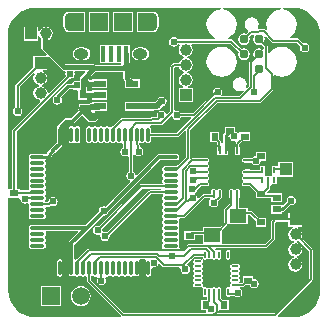
<source format=gtl>
%FSTAX23Y23*%
%MOIN*%
%SFA1B1*%

%IPPOS*%
%ADD13C,0.005000*%
%ADD15R,0.027559X0.023622*%
%ADD16R,0.041339X0.023622*%
%ADD17O,0.027559X0.009843*%
%ADD18O,0.009843X0.027559*%
%ADD19R,0.102362X0.102362*%
%ADD20R,0.023622X0.027559*%
%ADD21O,0.011811X0.051181*%
%ADD22O,0.051181X0.011811*%
%ADD23R,0.015748X0.053150*%
%ADD24R,0.059055X0.061024*%
%ADD25R,0.055118X0.047244*%
%ADD26R,0.009843X0.021654*%
%ADD27R,0.066929X0.060630*%
%ADD28O,0.007874X0.025591*%
%ADD29O,0.025591X0.007874*%
%ADD30R,0.041339X0.039370*%
%ADD31R,0.086614X0.041339*%
%ADD32R,0.047244X0.061024*%
%ADD33R,0.047244X0.061024*%
%ADD34C,0.031000*%
%ADD35R,0.039370X0.039370*%
%ADD36C,0.039370*%
%ADD37R,0.039370X0.039370*%
%ADD38O,0.049212X0.037401*%
%ADD39O,0.035433X0.061024*%
%ADD40C,0.059055*%
%ADD41R,0.059055X0.059055*%
%ADD42C,0.019685*%
%ADD43C,0.010000*%
%ADD44C,0.008000*%
%ADD45C,0.015000*%
%ADD46C,0.020000*%
%ADD47C,0.012000*%
%ADD48C,0.006000*%
%ADD49C,0.025000*%
%ADD50C,0.024000*%
%LNcore_prototype_1-1*%
%LPD*%
G36*
X04659Y03585D02*
X04648Y03583D01*
X04636Y03578*
X04626Y0357*
X04618Y0356*
X04613Y03548*
X04611Y03535*
X04613Y03521*
X04614Y03518*
X0461Y03515*
X04608Y03517*
X04605Y03519*
X04603Y03519*
X04586*
X04586*
X04585Y03519*
X04581Y03523*
X04583Y03526*
X04585Y03535*
X04583Y03543*
X04578Y03551*
X0457Y03556*
X04562Y03558*
X04553Y03556*
X04545Y03551*
X0454Y03543*
X04538Y03535*
X0454Y03526*
X04545Y03518*
X04549Y03515*
X0455Y03509*
X04544Y03502*
X04537Y03504*
X04529Y03502*
X04523Y03498*
X04519Y03492*
X04517Y03485*
X04519Y03477*
X04523Y03471*
X04529Y03467*
X04537Y03465*
X04544Y03467*
X0455Y03471*
X04554Y03477*
X04556Y03485*
X04554Y03492*
X04563Y035*
X04568*
X04571Y03495*
X04569Y03492*
X04567Y03485*
X04569Y03477*
X04573Y03471*
X04579Y03467*
X04587Y03465*
X04594Y03467*
X04595Y03467*
X04602Y0346*
Y03453*
X04597Y0345*
X04594Y03452*
X04587Y03454*
X04579Y03452*
X04573Y03448*
X04569Y03442*
X04567Y03435*
X04569Y03427*
X04569Y03426*
X04556Y03413*
X04554Y03409*
Y03329*
X04546Y0332*
X04542Y03324*
X04543Y03326*
X04545Y03335*
X04543Y03343*
X04538Y03351*
X0453Y03356*
X04522Y03358*
X04513Y03356*
X04505Y03351*
X045Y03343*
X04498Y03335*
X045Y03326*
X04505Y03318*
X04513Y03313*
X04522Y03311*
X0453Y03313*
X04532Y03314*
X04536Y0331*
X0452Y03295*
X04464*
X04461Y033*
X04462Y03301*
X04463Y03308*
X04462Y03314*
X04459Y03319*
X04454Y03322*
X04448Y03323*
X04441Y03322*
X04436Y03319*
X04433Y03314*
X04432Y03308*
X04432Y03305*
X04367Y03239*
X04326*
X04324Y03243*
X04319Y03246*
X04313Y03247*
X04308Y03246*
X04303Y03249*
Y0339*
X04306Y03393*
X04319*
X0432Y0339*
X04325Y03383*
X04332Y03378*
X04336Y03377*
Y03372*
X04332Y03371*
X04325Y03366*
X0432Y03359*
X04318Y0335*
X0432Y0334*
X04325Y03333*
X04332Y03328*
X04332Y03323*
X04318*
Y03276*
X04365*
Y03323*
X04351*
X04351Y03328*
X04358Y03333*
X04363Y0334*
X04365Y0335*
X04363Y03359*
X04358Y03366*
X04351Y03371*
X04347Y03372*
Y03377*
X04351Y03378*
X04358Y03383*
X04363Y0339*
X04365Y034*
X04363Y03409*
X04358Y03416*
X04351Y03421*
X04347Y03422*
Y03427*
X04351Y03428*
X04358Y03433*
X04363Y0344*
X04365Y0345*
X04363Y03459*
X0436Y03464*
X04362Y03469*
X04491*
X04519Y03442*
X04517Y03435*
X04519Y03427*
X04523Y03421*
X04529Y03417*
X04537Y03415*
X04544Y03417*
X0455Y03421*
X04554Y03427*
X04556Y03435*
X04554Y03442*
X0455Y03448*
X04544Y03452*
X04537Y03454*
X04529Y03452*
X045Y03482*
X04497Y03484*
X04494Y03484*
X04485*
X04484Y03489*
X04487Y03491*
X04497Y03499*
X04505Y03509*
X0451Y03521*
X04512Y03535*
X0451Y03548*
X04505Y0356*
X04497Y0357*
X04487Y03578*
X04475Y03583*
X04464Y03585*
X04465Y0359*
X04658*
X04659Y03585*
G37*
G36*
X0384Y0359D02*
X04458D01*
X04459Y03585*
X04448Y03583*
X04436Y03578*
X04426Y0357*
X04418Y0356*
X04413Y03548*
X04411Y03535*
X04413Y03521*
X04418Y03509*
X04426Y03499*
X04436Y03491*
X04439Y03489*
X04438Y03484*
X04315*
X04313Y03487*
X04308Y03491*
X04302Y03492*
X04296Y03491*
X04291Y03487*
X04287Y03482*
X04286Y03476*
X04287Y0347*
X04291Y03465*
X04296Y03461*
X04302Y0346*
X04308Y03461*
X04313Y03465*
X04316Y03469*
X04321*
X04323Y03464*
X0432Y03459*
X04318Y0345*
X0432Y0344*
X04325Y03433*
X04332Y03428*
X04336Y03427*
Y03422*
X04332Y03421*
X04325Y03416*
X0432Y03409*
X04319Y03406*
X04303*
X04299Y03404*
X04292Y03397*
X0429Y03393*
Y03244*
X04281Y03234*
X04275Y03236*
X04275Y03237*
X04272Y03242*
X04267Y03245*
X04261Y03246*
X04254Y03245*
X04249Y03242*
X04246Y03237*
X04245Y03231*
X04245Y0323*
X04242Y03226*
X0423*
X04225Y03224*
X04223Y03222*
X04128*
X04123Y0322*
X04099Y03196*
X04099Y03196*
X04095Y03195*
X04092Y03193*
X04092Y03193*
X04086*
X04086Y03193*
X04083Y03195*
X04079Y03196*
X04076Y03195*
X04073Y03193*
X04073Y03193*
X04066*
X04066Y03193*
X04063Y03195*
X0406Y03196*
X04056Y03195*
X04053Y03193*
X04053Y03193*
X04047*
X04047Y03193*
X04044Y03195*
X0404Y03196*
X04036Y03195*
X04033Y03193*
X04033Y03193*
X04027*
X04027Y03193*
X04024Y03195*
X0402Y03196*
X04017Y03195*
X04014Y03193*
X04011Y0319*
X04011Y03187*
Y03147*
X04011Y03144*
X04014Y0314*
X04017Y03138*
X0402Y03138*
X04024Y03138*
X04027Y0314*
X04027Y03141*
X04033*
X04033Y0314*
X04036Y03138*
X0404Y03138*
X04044Y03138*
X04047Y0314*
X04047Y03141*
X04053*
X04053Y0314*
X04056Y03138*
X0406Y03138*
X04063Y03138*
X04066Y0314*
X04066Y03141*
X04073*
X04073Y0314*
X04076Y03138*
X04079Y03138*
X04083Y03138*
X04086Y0314*
X04086Y03141*
X04092*
X04092Y0314*
X04095Y03138*
X04099Y03138*
X04103Y03138*
X04106Y0314*
X04106Y03141*
X04112*
X04112Y0314*
X04115Y03138*
X04119Y03138*
X04122Y03138*
X04125Y0314*
X0413Y03138*
X04132Y03136*
Y03123*
X04128Y03121*
X04125Y03116*
X04124Y0311*
X04125Y03103*
X04128Y03098*
X04133Y03095*
X0414Y03094*
X04146Y03095*
X04147Y03096*
X04152Y03093*
Y03043*
X04148Y03041*
X04145Y03036*
X04144Y0303*
X04145Y03023*
X04148Y03018*
X04153Y03015*
X04156Y03014*
X04157Y03009*
X04075Y02927*
X04075Y02927*
X04069Y02928*
X04062Y02927*
X04057Y02924*
X04054Y02919*
X04053Y02913*
X04053Y02911*
X04008Y02866*
X03847*
X03847Y02866*
X03827*
X03824Y02865*
X03821Y02863*
X03819Y0286*
X03818Y02856*
X03819Y02852*
X03821Y02849*
X03821Y02849*
Y02843*
X03821Y02843*
X03819Y0284*
X03818Y02836*
X03819Y02833*
X03821Y02829*
X03821Y02829*
Y02823*
X03821Y02823*
X03819Y0282*
X03818Y02817*
X03819Y02813*
X03821Y0281*
X03821Y0281*
Y02804*
X03821Y02804*
X03819Y02801*
X03818Y02797*
X03819Y02793*
X03821Y0279*
X03824Y02788*
X03827Y02787*
X03867*
X0387Y02788*
X03874Y0279*
X03876Y02793*
X03876Y02797*
X03876Y02801*
X03874Y02804*
X03873Y02804*
Y0281*
X03874Y0281*
X03876Y02813*
X03876Y02817*
X03876Y0282*
X03874Y02823*
X03873Y02823*
Y02829*
X03874Y02829*
X03876Y02833*
X03876Y02836*
X03876Y0284*
X03875Y02841*
X03877Y02846*
X03983*
X03985Y02842*
X03954Y02811*
X03952Y02808*
X03952Y02804*
Y02722*
X03952Y02722*
Y02702*
X03952Y02699*
X03954Y02696*
X03958Y02694*
X03961Y02693*
X03965Y02694*
X03968Y02696*
X03968Y02696*
X03974*
X03974Y02696*
X03977Y02694*
X03981Y02693*
X03985Y02694*
X03988Y02696*
X03988Y02696*
X03994*
X03994Y02696*
X03997Y02694*
X04001Y02693*
X04004Y02694*
X04007Y02696*
X04012Y02693*
X04013Y02692*
Y0268*
X04015Y02675*
X04127Y02563*
X04125Y02558*
X0384*
X0384Y02558*
X03823Y0256*
X03806Y02565*
X0379Y02573*
X03777Y02585*
X03765Y02598*
X03757Y02614*
X03752Y02631*
X03751Y02644*
X0375Y02649*
X0375Y02652*
X03749Y02652*
Y02954*
X03753Y02956*
X03754*
X03786*
X0379Y02953*
X03791Y02952*
X03792Y02946*
X03795Y02941*
X038Y02938*
X03807Y02937*
X03813Y02938*
X03813Y02939*
X03818Y02935*
X03818Y02935*
X03819Y02931*
X03821Y02928*
X03821Y02928*
Y02922*
X03821Y02922*
X03819Y02919*
X03818Y02915*
X03819Y02911*
X03821Y02908*
X03821Y02908*
Y02902*
X03821Y02902*
X03819Y02899*
X03818Y02895*
X03819Y02892*
X03821Y02889*
X03824Y02886*
X03827Y02886*
X03867*
X0387Y02886*
X03874Y02889*
X03876Y02892*
X03876Y02895*
X03876Y02899*
X03874Y02902*
X03873Y02902*
Y02908*
X03874Y02908*
X03876Y02911*
X03876Y02915*
X03876Y02919*
X03874Y02922*
X03873Y02922*
X03873Y02922*
X03875Y02927*
X03886*
X03889Y02928*
X03892Y02929*
X03892Y0293*
X03893Y02929*
X039Y02928*
X03906Y02929*
X03911Y02932*
X03914Y02937*
X03915Y02944*
X03914Y0295*
X03911Y02955*
X03906Y02958*
X039Y02959*
X03893Y02958*
X03888Y02955*
X03885Y0295*
X03884Y02944*
X03879Y02942*
X03875*
X03873Y02947*
X03873Y02948*
X03874Y02948*
X03876Y02951*
X03876Y02954*
X03876Y02958*
X03874Y02961*
X03873Y02961*
Y02967*
X03874Y02967*
X03876Y0297*
X03876Y02974*
X03876Y02978*
X03874Y02981*
X03873Y02981*
Y02987*
X03874Y02987*
X03876Y0299*
X03876Y02994*
X03876Y02997*
X03874Y03*
X03873Y03001*
Y03007*
X03874Y03007*
X03876Y0301*
X03876Y03013*
X03876Y03017*
X03874Y0302*
X03873Y0302*
Y03026*
X03874Y03026*
X03876Y03029*
X03876Y03033*
X03876Y03037*
X03874Y0304*
X03873Y0304*
Y03046*
X03874Y03046*
X03876Y03049*
X03876Y03053*
X03876Y03056*
X03874Y0306*
X03873Y0306*
Y03066*
X03874Y03066*
X03876Y03069*
X03876Y03072*
X03876Y03076*
X03874Y03079*
X03874Y03081*
X03876Y03084*
X03882*
X03885Y03084*
X03888Y03086*
X03894Y03092*
X03896Y03095*
X03896Y03098*
Y03099*
X03902Y03105*
X03903Y03105*
X03906Y03107*
X03929Y0313*
X03931Y03133*
X03931Y03137*
Y03166*
X03932Y03167*
X03931Y03167*
Y03187*
X03931Y0319*
Y0319*
X03945Y03204*
X03963*
X03966Y03204*
X03969Y03206*
X03995Y03233*
X04014Y03214*
X04019Y0321*
X04026Y03209*
X04035*
X04041Y0321*
X04046Y03214*
X0405Y03219*
X04051Y03226*
X0405Y03232*
X04046Y03237*
X04041Y03241*
X04041Y03246*
X04054*
X04055Y03246*
X0408*
Y03276*
X04031*
Y03276*
X04027Y03273*
X04022Y03272*
X04018Y03269*
X04002*
X04001Y03269*
X03985*
Y03257*
X03984Y03252*
Y03251*
X03985Y03246*
X0396Y03221*
X03942*
X03938Y03221*
X03935Y03219*
X03916Y03199*
X03914Y03197*
X03914Y03193*
Y03191*
X03913Y0319*
X03912Y03187*
Y03168*
X03912Y03167*
Y03141*
X03892Y03121*
X0389Y03118*
X0389Y03117*
X03881Y03109*
X03879Y03106*
X03879Y03103*
Y03102*
X03878Y03101*
X0387*
X03867Y03102*
X03827*
X03824Y03101*
X03821Y03099*
X03819Y03096*
X03818Y03092*
X03819Y03088*
X03821Y03085*
X03821Y03085*
Y03079*
X03821Y03079*
X03819Y03076*
X03818Y03072*
X03819Y03069*
X03821Y03066*
X03821Y03066*
Y0306*
X03821Y0306*
X03819Y03056*
X03818Y03053*
X03819Y03049*
X03821Y03046*
X03821Y03046*
Y0304*
X03821Y0304*
X03819Y03037*
X03818Y03033*
X03819Y03029*
X03821Y03026*
X03821Y03026*
Y0302*
X03821Y0302*
X03819Y03017*
X03818Y03013*
X03819Y0301*
X03821Y03007*
X03821Y03007*
Y03001*
X03821Y03*
X03819Y02997*
X03818Y02994*
X03819Y0299*
X03821Y02987*
X03819Y02983*
X03817Y02981*
X03788*
Y02986*
X03778*
Y03177*
X03954Y03353*
X03957Y03353*
X03963Y03354*
X03968Y03357*
X03971Y03362*
X03972Y03369*
X03971Y03375*
X03971Y03375*
X03973Y0338*
X04007*
X04009Y03376*
X03991Y03358*
X03989Y03354*
X03988Y0335*
Y03347*
X03985Y03346*
X03983Y03345*
X03978Y03346*
X03971Y03345*
X03966Y03342*
X03964Y03337*
X03951*
X03947Y03337*
X03944Y03335*
X03907Y03297*
X03906Y03296*
X03902Y03294*
X03899Y03289*
X03898Y03283*
X03899Y03276*
X03902Y03271*
X03907Y03268*
X03914Y03267*
X0392Y03268*
X03925Y03271*
X03928Y03276*
X03929Y03283*
X03928Y03289*
X03926Y03292*
X03954Y0332*
X03966*
X03966Y03319*
X03971Y03316*
X03978Y03315*
X03979Y03315*
X03984Y03311*
Y03283*
X04014*
Y03288*
X04031*
Y03283*
X0408*
Y03314*
X04031*
Y03311*
X04014*
Y03318*
X04012*
Y03326*
X04012Y03326*
X04031*
Y03321*
X0408*
Y03351*
X04031*
Y03348*
X0402*
X04018Y03353*
X04041Y03376*
X04132*
X04134Y03374*
Y03354*
X04135Y0335*
X04138Y03346*
X04139Y03344*
Y0334*
X04139Y03339*
Y03321*
X04188*
Y03351*
X04164*
X04163Y03353*
X04157Y03359*
Y03402*
X04156Y03406*
X04155Y03407*
Y03466*
X04131*
X04128*
X04106*
X04102*
X0408*
X04076*
X04056*
Y03406*
X0408*
X04083*
X04106*
X04109*
X04125*
X04127Y03401*
X04125Y03399*
X04041*
X0404Y03399*
X04037Y03402*
X04033Y03403*
X03941*
X03884Y0346*
Y03481*
X03885Y03482*
X03892Y03487*
X03897Y03494*
X03899Y03504*
X03897Y03513*
X03892Y0352*
X03885Y03525*
X03876Y03527*
X03866Y03525*
X03859Y0352*
X03854Y03513*
X03849Y03513*
Y03527*
X03802*
Y0348*
X03849*
Y03494*
X03854Y03494*
X03859Y03487*
X03861Y03485*
Y03456*
X03862Y03451*
X03865Y03448*
X03878Y03434*
X03876Y03429*
X03834*
Y03393*
X03776Y03335*
X03774Y03332*
X03774Y0333*
Y03258*
X0377Y03256*
X03767Y03251*
X03766Y03245*
X03767Y03238*
X0377Y03233*
X03775Y0323*
X03782Y03229*
X03788Y0323*
X03793Y03233*
X03796Y03238*
X03797Y03245*
X03796Y03251*
X03793Y03256*
X03789Y03258*
Y03326*
X03834Y03371*
X03838Y03368*
X03836Y03365*
X03834Y03356*
X03836Y03346*
X03841Y03339*
X03848Y03334*
X03852Y03333*
Y03328*
X03848Y03327*
X03841Y03322*
X03836Y03315*
X03834Y03306*
X03836Y03296*
X03841Y03289*
X03848Y03284*
X03855Y03282*
X03857Y03277*
X03765Y03185*
X03763Y03183*
X03763Y0318*
Y02986*
X03754*
X03753*
X03749Y02989*
Y035*
X03749Y035*
X03751Y03517*
X03756Y03534*
X03764Y0355*
X03776Y03563*
X03789Y03575*
X03805Y03583*
X03822Y03588*
X03839Y0359*
X0384Y0359*
G37*
G36*
X04718Y03588D02*
X04735Y03583D01*
X04751Y03575*
X04764Y03563*
X04776Y0355*
X04784Y03534*
X04789Y03517*
X04791Y035*
X04791Y03499*
Y02648*
X04791Y02648*
X04789Y02631*
X04784Y02614*
X04776Y02598*
X04764Y02585*
X04751Y02573*
X04735Y02565*
X04718Y0256*
X04701Y02558*
X047Y02558*
X0465*
X04648Y02563*
X04764Y02679*
X04766Y02684*
Y02782*
X04764Y02786*
X04728Y02822*
X04729Y02824*
X04731Y02834*
X04729Y02843*
X04724Y0285*
X04717Y02855*
X04717Y0286*
X04731*
Y02907*
X04684*
Y0289*
X04641*
X04636Y02888*
X04627Y02879*
X04625Y02875*
Y02821*
X04605Y02801*
X04462*
X04462Y02806*
Y02806*
Y02847*
X0448Y02866*
X04481Y02869*
X04486Y02869*
X04548*
Y029*
X04557*
X04577Y0288*
Y02859*
X04611*
Y02889*
X04586*
X04564Y02911*
X04559Y02913*
X04548*
Y02923*
X0452*
Y02955*
X04522Y02957*
X04522Y02961*
Y02978*
X04522Y02982*
X0452Y02984*
X04517Y02986*
X04514Y02987*
X04511Y02986*
X04508Y02984*
X04507Y02983*
X04506Y02983*
X04502*
X04501Y02983*
X045Y02984*
X04497Y02986*
X04494Y02987*
X04491Y02986*
X04488Y02984*
X04486Y02982*
X04486Y02978*
Y02961*
X04486Y02957*
X04488Y02955*
Y02936*
X04471Y02919*
X04469Y02914*
Y02873*
X04456Y0286*
X04399*
Y02846*
X04364*
X04363Y02845*
X04337*
Y02815*
X04372*
Y02833*
X04399*
Y02806*
Y02806*
X04399Y02801*
X0435*
X04345Y02799*
X04333Y02787*
X04322*
X0432Y02792*
X0432Y02793*
X04321Y02797*
X0432Y02801*
X04318Y02804*
X04318Y02804*
Y0281*
X04318Y0281*
X0432Y02813*
X04321Y02817*
X0432Y0282*
X04318Y02823*
X04318Y02823*
Y02829*
X04318Y02829*
X0432Y02833*
X04321Y02836*
X0432Y0284*
X04318Y02843*
X04318Y02843*
Y02849*
X04318Y02849*
X0432Y02852*
X04321Y02856*
X0432Y0286*
X04318Y02863*
X04318Y02863*
Y02869*
X04318Y02869*
X0432Y02872*
X04321Y02876*
X0432Y02879*
X04318Y02882*
X04321Y02887*
X04323Y02889*
X04335*
X0434Y02891*
X04406Y02957*
X04424*
X04426Y02952*
X04426Y02951*
X04424Y02951*
X04421Y02946*
X0442Y0294*
X04421Y02933*
X04424Y02928*
X04429Y02925*
X04436Y02924*
X04442Y02925*
X04447Y02928*
X0445Y02933*
X04451Y0294*
X0445Y02945*
X04458Y02953*
X04461Y02955*
X04463Y02957*
X04463Y02961*
Y02978*
X04463Y02982*
X04461Y02984*
X04458Y02986*
X04455Y02987*
X04452Y02986*
X04449Y02984*
X04448Y02983*
X04447Y02983*
X04443*
X04442Y02983*
X04441Y02984*
X04438Y02986*
X04435Y02987*
X04432Y02986*
X04429Y02984*
X04427Y02982*
X04427Y02978*
Y0297*
X04403*
X04399Y02968*
X04385Y02954*
X04385Y02954*
X0438Y02956*
X04379Y02961*
X04376Y02966*
X04373Y02967*
X04373Y02973*
X04375Y02974*
X04378Y02979*
X04378Y02981*
X04379Y02981*
X04392Y02994*
X04393Y02994*
X04411*
X04414Y02995*
X04417Y02997*
X04418Y03*
X04419Y03003*
X04418Y03006*
X04417Y03009*
X04415Y0301*
X04415Y03011*
Y03015*
X04415Y03016*
X04417Y03017*
X04418Y03019*
X04419Y03023*
X04418Y03026*
X04417Y03029*
X04415Y0303*
X04415Y03031*
Y03034*
X04415Y03035*
X04417Y03036*
X04418Y03039*
X04419Y03042*
X04418Y03046*
X04417Y03048*
X04415Y03049*
X04415Y0305*
Y03054*
X04415Y03055*
X04417Y03056*
X04418Y03059*
X04419Y03062*
X04418Y03065*
X04417Y03068*
X04415Y03069*
X04415Y0307*
Y03074*
X04415Y03075*
X04417Y03076*
X04418Y03078*
X04419Y03082*
X04418Y03085*
X04417Y03088*
X04414Y0309*
X04411Y0309*
X04393*
X0439Y0309*
X04387Y03088*
X04364*
X04362Y03087*
X04361Y03087*
X04357Y0309*
X04357Y0309*
Y03182*
X04447Y03272*
X04589*
X04593Y03274*
X04632Y03313*
X04634Y03318*
Y03361*
X04639Y03364*
X04648Y03361*
X04662Y03359*
X04675Y03361*
X04687Y03366*
X04697Y03374*
X04705Y03384*
X0471Y03396*
X04712Y0341*
X0471Y03423*
X04705Y03435*
X04697Y03445*
X04687Y03453*
X04675Y03458*
X04662Y0346*
X04648Y03458*
X04636Y03453*
X04626Y03445*
X0462Y03438*
X04615Y0344*
Y03462*
X04613Y03467*
X04604Y03476*
X04604Y03477*
X04606Y03485*
X04604Y03492*
X04605Y03492*
X04609Y03494*
X04628Y03475*
X04631Y03473*
X04634Y03473*
X04712*
X04724Y03461*
X04723Y03457*
X04724Y0345*
X04727Y03445*
X04732Y03442*
X04739Y03441*
X04745Y03442*
X0475Y03445*
X04753Y0345*
X04754Y03457*
X04753Y03463*
X0475Y03468*
X04745Y03471*
X04739Y03472*
X04734Y03471*
X0472Y03486*
X04718Y03487*
X04715Y03488*
X04692*
X0469Y03493*
X04697Y03499*
X04705Y03509*
X0471Y03521*
X04712Y03535*
X0471Y03548*
X04705Y0356*
X04697Y0357*
X04687Y03578*
X04675Y03583*
X04664Y03585*
X04665Y0359*
X04701*
X04701Y0359*
X04718Y03588*
G37*
G36*
X03929Y03384D02*
D01*
X03932Y03381*
X03937Y0338*
X0394*
X03942Y03375*
X03942Y03375*
X03941Y03369*
X03942Y03362*
X03942Y03362*
X03886Y03306*
X03881Y03308*
X03879Y03315*
X03874Y03322*
X03867Y03327*
X03863Y03328*
Y03333*
X03867Y03334*
X03874Y03339*
X03879Y03346*
X03881Y03356*
X03879Y03365*
X03874Y03372*
X03867Y03377*
X03867Y03382*
X03881*
Y03424*
X03886Y03426*
X03929Y03384*
G37*
G36*
X04298Y03226D02*
X04298Y03225D01*
X04301Y0322*
X04306Y03217*
X04313Y03216*
X04319Y03217*
X04324Y0322*
X04327Y03225*
X04327Y03226*
X04359*
X04361Y03221*
X04313Y03173*
X04227*
Y03187*
X04226Y0319*
X04224Y03193*
X04224Y03194*
X04226Y03198*
X0426*
X04265Y032*
X04292Y03228*
X04298Y03226*
G37*
G36*
X04344Y03179D02*
Y03091D01*
X04318Y03065*
X04314Y03064*
X04313Y03062*
X04312Y03062*
X04272*
X04269Y03062*
X04265Y0306*
X04263Y03056*
X04263Y03053*
X04263Y03049*
X04265Y03046*
X04266Y03046*
Y0304*
X04265Y0304*
X04263Y03037*
X04263Y03033*
X04263Y03029*
X04265Y03026*
X04266Y03026*
Y0302*
X04265Y0302*
X04263Y03017*
X04263Y03013*
X04263Y0301*
X04265Y03007*
X04266Y03007*
X04266Y03006*
X04264Y03001*
X04194*
X04191Y03001*
X04188Y02999*
X04052Y02863*
X04048Y02864*
X04041Y02863*
X04036Y0286*
X04033Y02855*
X04032Y02849*
X04033Y02842*
X04036Y02837*
X04041Y02834*
X04048Y02833*
X04053Y02834*
X04055Y02832*
X04057Y0283*
X04057Y02828*
X04058Y02821*
X04061Y02816*
X04066Y02813*
X04073Y02812*
X04079Y02813*
X04084Y02816*
X04087Y02821*
X04088Y02828*
X04088Y02831*
X04225Y02968*
X04265*
X04265Y02967*
X04266Y02967*
Y02961*
X04265Y02961*
X04263Y02958*
X04263Y02954*
X04263Y02951*
X04265Y02948*
X04266Y02948*
Y02941*
X04265Y02941*
X04263Y02938*
X04263Y02935*
X04263Y02931*
X04265Y02928*
X04266Y02928*
Y02922*
X04265Y02922*
X04263Y02919*
X04263Y02915*
X04263Y02911*
X04265Y02908*
X04266Y02908*
Y02902*
X04265Y02902*
X04263Y02899*
X04263Y02895*
X04263Y02892*
X04265Y02889*
X04266Y02888*
Y02882*
X04265Y02882*
X04263Y02879*
X04263Y02876*
X04263Y02872*
X04265Y02869*
X04266Y02869*
Y02863*
X04265Y02863*
X04263Y0286*
X04263Y02856*
X04263Y02852*
X04265Y02849*
X04266Y02849*
Y02843*
X04265Y02843*
X04263Y0284*
X04263Y02836*
X04263Y02833*
X04265Y02829*
X04266Y02829*
Y02823*
X04265Y02823*
X04263Y0282*
X04263Y02817*
X04263Y02813*
X04265Y0281*
X04266Y0281*
Y02804*
X04265Y02804*
X04263Y02801*
X04263Y02797*
X04263Y02793*
X04264Y02792*
X04262Y02787*
X0402*
X04015Y02785*
X03981Y02751*
X03981Y02751*
X03977Y02751*
X03976Y0275*
X03971Y02752*
Y028*
X04025Y02854*
X04027Y02857*
X04067Y02897*
X04069Y02897*
X04075Y02898*
X0408Y02901*
X04083Y02906*
X04083Y02908*
X04258Y03082*
X04292*
X04293Y03083*
X04312*
X04315Y03083*
X04318Y03085*
X0432Y03088*
X04321Y03092*
X0432Y03096*
X04318Y03099*
X04315Y03101*
X04312Y03102*
X04292*
X04292Y03102*
X04291Y03102*
X04254*
X0425Y03101*
X04247Y03099*
X0418Y03032*
X04175Y03033*
X04174Y03036*
X04171Y03041*
X04166Y03044*
X04165Y03044*
Y03099*
X04166Y031*
X04173Y03099*
X04173Y03098*
X04178Y03095*
X04185Y03094*
X04191Y03095*
X04196Y03098*
X04199Y03103*
X042Y0311*
X04199Y03116*
X04196Y03121*
X04191Y03124*
X04189Y03124*
Y03129*
X04187Y03134*
X04185Y03136*
X04185Y03136*
X04187Y03138*
X04191Y0314*
X04194Y03138*
X04197Y03138*
X04201Y03138*
X04204Y0314*
X04204Y03141*
X0421*
X0421Y0314*
X04213Y03138*
X04217Y03138*
X04221Y03138*
X04224Y0314*
X04226Y03144*
X04227Y03147*
Y0316*
X04316*
X04321Y03162*
X04339Y03181*
X04344Y03179*
G37*
G36*
X04261Y02981D02*
X04261Y02981D01*
X04223*
X04218Y02979*
X0408Y02841*
X04079Y02842*
X04073Y02843*
X04067Y02842*
X04065Y02844*
X04063Y02846*
X04063Y02849*
X04063Y02852*
X04197Y02986*
X04258*
X04261Y02981*
G37*
G36*
X04398Y02758D02*
X04398Y02755D01*
X04399Y02754*
X04395Y0275*
X04394Y02751*
X04391Y02751*
X04374*
X04371Y02751*
X04368Y02749*
X04367Y02747*
X04366Y02744*
X04367Y02741*
X04368Y02739*
X04368Y02739*
Y02733*
X04368Y02733*
X04367Y02731*
X04366Y02728*
X04367Y02725*
X04368Y02723*
X04368Y02723*
Y02718*
X04368Y02717*
X04367Y02715*
X04366Y02712*
X04367Y02709*
X04368Y02708*
X04368Y02707*
Y02702*
X04368Y02701*
X04367Y027*
X04366Y02697*
X04367Y02694*
X04368Y02692*
X04368Y02691*
Y02686*
X04368Y02686*
X04367Y02684*
X04366Y02681*
X04367Y02678*
X04368Y02676*
X04368Y02676*
Y0267*
X04368Y0267*
X04367Y02668*
X04366Y02665*
X04367Y02662*
X04368Y0266*
X04371Y02658*
X04374Y02658*
X04391*
X04394Y02658*
X04395Y02659*
X04399Y02655*
X04398Y02654*
X04398Y02651*
Y02634*
X04398Y02631*
X044Y02628*
X04402Y02627*
X04405Y02626*
X04408Y02627*
X04409Y02628*
X04413Y02626*
X04414Y02625*
Y02617*
X04394*
Y02582*
X04409*
X0441Y02578*
X04411Y02577*
X04408Y02572*
X04136*
X04026Y02682*
Y02695*
X04027Y02696*
X04027Y02696*
X04033*
X04033Y02696*
X04036Y02694*
X0404Y02693*
X04044Y02694*
X04047Y02692*
X04048Y02689*
X04046Y02686*
X04045Y0268*
X04046Y02674*
X0405Y02669*
X04055Y02666*
X04061Y02665*
X04067Y02666*
X04072Y02669*
X04075Y02674*
X04077Y0268*
X04075Y02686*
X04074Y02689*
X04074Y0269*
X04077Y02693*
X04079Y02693*
X04083Y02694*
X04086Y02696*
X04086Y02696*
X04092*
X04092Y02696*
X04095Y02694*
X04099Y02693*
X04103Y02694*
X04106Y02696*
X04106Y02696*
X04112*
X04112Y02696*
X04115Y02694*
X04119Y02693*
X04122Y02694*
X04125Y02696*
X04126Y02696*
X04132*
X04132Y02696*
X04135Y02694*
X04138Y02693*
X04142Y02694*
X04145Y02696*
X04145Y02696*
X04151*
X04151Y02696*
X04154Y02694*
X04158Y02693*
X04162Y02694*
X04165Y02696*
X04165Y02696*
X04171*
X04171Y02696*
X04174Y02694*
X04178Y02693*
X04181Y02694*
X04185Y02696*
X04187Y02699*
X04187Y02702*
Y02742*
X04187Y02745*
X04186Y02746*
X04189Y02751*
X04206*
X04209Y02746*
X04208Y02745*
X04208Y02742*
Y02702*
X04208Y02699*
X0421Y02696*
X04213Y02694*
X04217Y02693*
X04221Y02694*
X04224Y02696*
X04226Y02699*
X04227Y02702*
Y0272*
X04232Y02724*
X04235Y02724*
X04241Y02725*
X04246Y02728*
X04249Y02733*
X04249Y02734*
X04255Y02736*
X04264Y02727*
X04266Y02725*
X04269Y02725*
X04321*
X04325Y0272*
X04325Y02718*
X04326Y02711*
X04329Y02706*
X04334Y02703*
X04341Y02702*
X04347Y02703*
X04352Y02706*
X04355Y02711*
X04356Y02718*
X04355Y02724*
X04352Y02729*
X04348Y02731*
X04347Y02737*
X0437Y0276*
X04398*
Y02758*
G37*
G36*
X04684Y0286D02*
X04698D01*
X04698Y02855*
X04691Y0285*
X04686Y02843*
X04684Y02834*
X04686Y02824*
X04691Y02817*
X04698Y02812*
X04702Y02811*
Y02806*
X04698Y02805*
X04691Y028*
X04686Y02793*
X04684Y02784*
X04686Y02774*
X04691Y02767*
X04698Y02762*
X04702Y02761*
Y02756*
X04698Y02755*
X04691Y0275*
X04686Y02743*
X04684Y02734*
X04686Y02724*
X04691Y02717*
X04698Y02712*
X04708Y0271*
X04717Y02712*
X04724Y02717*
X04729Y02724*
X04731Y02734*
X04729Y02743*
X04724Y0275*
X04717Y02755*
X04713Y02756*
Y02761*
X04717Y02762*
X04724Y02767*
X04729Y02774*
X04731Y02784*
X04729Y02793*
X04724Y028*
X04717Y02805*
X04713Y02806*
Y02811*
X04717Y02812*
X04719Y02813*
X04753Y02779*
Y02686*
X04639Y02572*
X04454*
X04454Y02572*
X04451Y02577*
X04451Y02577*
Y02579*
X04454Y02582*
X04456*
X04485*
Y02617*
X04463*
X04459Y02621*
Y0263*
X04459Y02631*
X0446Y02634*
Y02651*
X04459Y02654*
X04458Y02657*
X04455Y02658*
X04452Y02659*
X04449Y02658*
X04448Y02657*
X04447Y02657*
X04442*
X04441Y02657*
X0444Y02658*
X04437Y02659*
X04434Y02658*
X04431Y02657*
X04426*
X04424Y02658*
X04421Y02659*
X04418Y02658*
X04416Y02657*
X04416Y02657*
X0441*
X0441Y02657*
X04408Y02658*
X04405Y02659*
X04402Y02658*
X04401Y02658*
X04398Y02661*
X04398Y02662*
X04399Y02665*
X04398Y02668*
X04397Y0267*
X04397Y0267*
Y02676*
X04397Y02676*
X04398Y02678*
X04399Y02681*
X04398Y02684*
X04397Y02686*
X04397Y02686*
Y02691*
X04397Y02692*
X04398Y02694*
X04399Y02697*
X04398Y027*
X04397Y02701*
X04397Y02702*
Y02707*
X04397Y02708*
X04398Y02709*
X04399Y02712*
X04398Y02715*
X04397Y02717*
X04397Y02718*
Y02723*
X04397Y02723*
X04398Y02725*
X04399Y02728*
X04398Y02731*
X04397Y02733*
X04397Y02733*
Y02739*
X04397Y02739*
X04398Y02741*
X04399Y02744*
X04398Y02747*
X04398Y02748*
X04401Y02751*
X04402Y02751*
X04405Y0275*
X04408Y02751*
X0441Y02752*
X04416*
X04418Y02751*
X04421Y0275*
X04424Y02751*
X04426Y02752*
X04431*
X04434Y02751*
X04437Y0275*
X0444Y02751*
X04441Y02752*
X04442Y02752*
X04447*
X04448Y02752*
X04449Y02751*
X04452Y0275*
X04455Y02751*
X04458Y02752*
X04459Y02755*
X0446Y02758*
Y02775*
X04459Y02778*
X04458Y02781*
X04455Y02782*
X04452Y02783*
X04449Y02782*
X04448Y02781*
X04447Y02781*
X04442*
X04441Y02781*
X0444Y02782*
X04439Y02783*
X04444Y02788*
X04608*
X04612Y0279*
X04636Y02814*
X04638Y02819*
Y02872*
X04643Y02877*
X04684*
Y0286*
G37*
%LNcore_prototype_1-2*%
%LPC*%
G36*
X04462Y0346D02*
X04448Y03458D01*
X04436Y03453*
X04426Y03445*
X04418Y03435*
X04413Y03423*
X04411Y0341*
X04413Y03396*
X04418Y03384*
X04426Y03374*
X04436Y03366*
X04448Y03361*
X04462Y03359*
X04475Y03361*
X04487Y03366*
X04497Y03374*
X04505Y03384*
X0451Y03396*
X04512Y0341*
X0451Y03423*
X04505Y03435*
X04497Y03445*
X04487Y03453*
X04475Y03458*
X04462Y0346*
G37*
G36*
X04165Y03577D02*
X04099D01*
Y03508*
X04165*
Y03577*
G37*
G36*
X04086D02*
X0402D01*
Y03508*
X04086*
Y03577*
G37*
G36*
X04231Y03577D02*
X0423Y03577D01*
X04183*
X04181Y03576*
X04179Y03573*
Y03512*
X04181Y03509*
X04183Y03508*
X0423*
X04231Y03508*
X04239Y0351*
X04246Y03514*
X0425Y03521*
X04252Y0353*
Y03555*
X0425Y03564*
X04246Y03571*
X04239Y03575*
X04231Y03577*
G37*
G36*
X03955D02*
X03947Y03575D01*
X0394Y03571*
X03935Y03564*
X03933Y03555*
Y0353*
X03935Y03521*
X0394Y03514*
X03947Y0351*
X03955Y03508*
X03956Y03508*
X04002*
X04005Y03509*
X04006Y03512*
Y03573*
X04005Y03576*
X04002Y03577*
X03956*
X03955Y03577*
G37*
G36*
X04197Y03459D02*
X04185D01*
X04177Y03457*
X04169Y03452*
X04164Y03445*
X04163Y03436*
X04164Y03428*
X04169Y0342*
X04177Y03415*
X04185Y03414*
X04197*
X04206Y03415*
X04213Y0342*
X04218Y03428*
X0422Y03436*
X04218Y03445*
X04215Y0345*
X04215Y0345*
X04214Y0345*
X04213Y03452*
X04206Y03457*
X04197Y03459*
G37*
G36*
X04D02*
X03988D01*
X0398Y03457*
X03972Y03452*
X03967Y03445*
X03966Y03436*
X03967Y03428*
X03972Y0342*
X0398Y03415*
X03988Y03414*
X04*
X04009Y03415*
X04016Y0342*
X04018Y03423*
X04021Y03424*
X04022Y03425*
X04023Y03428*
Y03447*
X04022Y0345*
X04019Y03451*
X04017*
X04016Y03452*
X04009Y03457*
X04Y03459*
G37*
G36*
X04263Y03293D02*
X04256Y03292D01*
X04251Y03289*
X04248Y03284*
X04248Y03283*
X04241Y03276*
X0422*
X04219Y03276*
X04201*
Y03275*
X04188*
Y03276*
X04139*
Y03246*
X04188*
Y03247*
X04201*
Y03246*
X04236*
Y03249*
X04247*
X04252Y0325*
X04256Y03253*
X04266Y03262*
X04269Y03263*
X04274Y03266*
X04277Y03271*
X04278Y03278*
X04277Y03284*
X04274Y03289*
X04269Y03292*
X04263Y03293*
G37*
G36*
X03981Y03196D02*
X03977Y03195D01*
X03974Y03193*
X03974Y03193*
X03968*
X03968Y03193*
X03965Y03195*
X03961Y03196*
X03958Y03195*
X03954Y03193*
X03952Y0319*
X03952Y03187*
Y03147*
X03952Y03144*
X03954Y0314*
X03958Y03138*
X03961Y03138*
X03965Y03138*
X03968Y0314*
X03968Y03141*
X03974*
X03974Y0314*
X03977Y03138*
X03981Y03138*
X03985Y03138*
X03988Y0314*
X0399Y03144*
X03991Y03147*
Y03187*
X0399Y0319*
X03988Y03193*
X03985Y03195*
X03981Y03196*
G37*
G36*
X03922Y02751D02*
X03918Y02751D01*
X03915Y02749*
X03913Y02745*
X03912Y02742*
Y02702*
X03913Y02699*
X03915Y02696*
X03918Y02694*
X03922Y02693*
X03926Y02694*
X03929Y02696*
X03931Y02699*
X03931Y02702*
Y02742*
X03931Y02745*
X03929Y02749*
X03926Y02751*
X03922Y02751*
G37*
G36*
X03925Y02662D02*
X03858D01*
Y02595*
X03925*
Y02662*
G37*
G36*
X03992Y02662D02*
X03983Y02661D01*
X03975Y02657*
X03968Y02652*
X03963Y02645*
X03959Y02637*
X03958Y02629*
X03959Y0262*
X03963Y02612*
X03968Y02605*
X03975Y026*
X03983Y02596*
X03992Y02595*
X04Y02596*
X04008Y026*
X04015Y02605*
X0402Y02612*
X04024Y0262*
X04025Y02629*
X04024Y02637*
X0402Y02645*
X04015Y02652*
X04008Y02657*
X04Y02661*
X03992Y02662*
G37*
G36*
X04507Y03193D02*
X04472D01*
Y03175*
X04468Y03171*
X04466Y03168*
X04466Y03165*
Y0314*
X04461Y03138*
X0446Y03139*
Y03143*
X04458Y03147*
X04454Y03151*
Y03177*
X04424*
Y03142*
X04445*
X04447Y0314*
Y03135*
X04448Y03133*
Y03129*
X04447Y03127*
X04446Y03124*
Y03106*
X04447Y03103*
X04449Y031*
X04452Y03098*
X04455Y03098*
X04458Y03098*
X04461Y031*
X04462Y03102*
X04463Y03102*
X04466*
X04467Y03102*
X04468Y031*
X04471Y03098*
X04475Y03098*
X04478Y03098*
X04481Y031*
X04482Y03103*
X04483Y03106*
Y03115*
X04483Y03115*
Y03158*
X04488Y03158*
X04489Y03154*
X04492Y03149*
X04497Y03146*
X04504Y03145*
X04507Y03145*
X04509Y03142*
X04509Y03141*
X04508Y03136*
Y0313*
X04506Y03127*
X04505Y03124*
Y03106*
X04506Y03103*
X04508Y031*
X04511Y03098*
X04514Y03098*
X04517Y03098*
X0452Y031*
X04522Y03103*
X04522Y03106*
Y03124*
X04522Y03127*
X04521Y03129*
Y03134*
X04531Y03145*
X04555*
Y03175*
X0452*
Y03172*
X04515Y03171*
X04515Y03172*
X0451Y03175*
X04507Y03176*
Y03193*
G37*
G36*
X04611Y0311D02*
X04577D01*
Y03095*
X04577Y03095*
X0457Y03094*
X04565Y03091*
X04564Y03089*
X0456*
X04559Y0309*
X04556Y0309*
X04538*
X04535Y0309*
X04532Y03088*
X04531Y03085*
X0453Y03082*
X04531Y03078*
X04532Y03076*
X04535Y03074*
X04538Y03073*
X04556*
X04557Y03073*
X04562Y03073*
X04565Y03068*
X0457Y03065*
X04577Y03064*
X04583Y03065*
X04588Y03068*
X04591Y03073*
X04592Y0308*
X04592Y0308*
X04611*
Y0311*
G37*
G36*
X04699Y03074D02*
X04651D01*
Y03057*
X04645*
Y03063*
X04628*
Y03034*
Y03034*
Y03029*
X04623*
X04605*
Y03034*
Y03034*
Y03063*
X04588*
Y0305*
X04559*
X04556Y03051*
X04538*
X04535Y0305*
X04532Y03048*
X04531Y03046*
X0453Y03042*
X04531Y03039*
X04532Y03036*
X04534Y03035*
X04534Y03034*
Y03031*
X04534Y0303*
X04532Y03029*
X04531Y03026*
X0453Y03023*
X04531Y03019*
X04532Y03017*
X04534Y03016*
X04534Y03015*
Y03011*
X04534Y0301*
X04532Y03009*
X04531Y03006*
X0453Y03003*
X04531Y03*
X04532Y02997*
X04535Y02995*
X04538Y02994*
X04556*
X04577Y02973*
Y02954*
X04611*
Y02956*
X04627*
Y02942*
X04662*
Y02972*
X04627*
Y02971*
X04615*
X04613Y02976*
X04622Y02985*
X04624Y02987*
X04624Y0299*
Y02997*
X04628Y03001*
X0463*
X04645*
Y03029*
Y03029*
Y03034*
Y03034*
Y03044*
X04651*
Y03027*
X04699*
Y03074*
G37*
G36*
X04693Y02962D02*
X04687Y02961D01*
X04682Y02958*
X04679Y02953*
X04678Y02947*
X04678Y02944*
X04666Y02931*
X04662Y02933*
X04627*
Y02903*
X04662*
Y02909*
X04664*
X04668Y02909*
X0467Y02911*
X0469Y02931*
X04693Y02931*
X04699Y02932*
X04704Y02935*
X04708Y0294*
X04709Y02947*
X04708Y02953*
X04704Y02958*
X04699Y02961*
X04693Y02962*
G37*
G36*
X04484Y02783D02*
X04481Y02782D01*
X04479Y02781*
X04477Y02778*
X04476Y02775*
Y02758*
X04477Y02755*
X04479Y02752*
X04481Y02751*
X04484Y0275*
X04487Y02751*
X04489Y02752*
X04491Y02755*
X04491Y02758*
Y02775*
X04491Y02778*
X04489Y02781*
X04487Y02782*
X04484Y02783*
G37*
G36*
X04515Y02736D02*
X04498D01*
X04495Y02735*
X04492Y02733*
X04491Y02731*
X0449Y02728*
X04491Y02725*
X04492Y02723*
X04492Y02723*
Y02718*
X04492Y02717*
X04491Y02715*
X0449Y02712*
X04491Y02709*
X04492Y02708*
X04492Y02707*
Y02702*
X04492Y02701*
X04491Y027*
X0449Y02697*
X04491Y02694*
X04492Y02692*
X04492Y02691*
Y02686*
X04492Y02686*
X04491Y02684*
X0449Y02681*
X04491Y02678*
X04492Y02676*
X04492Y02676*
Y0267*
X04492Y0267*
X04491Y02668*
X0449Y02665*
X04491Y02662*
X04491Y02661*
X04488Y02658*
X04487Y02658*
X04484Y02659*
X04481Y02658*
X04479Y02657*
X04477Y02654*
X04476Y02651*
Y02634*
X04477Y02631*
X04479Y02628*
X04481Y02627*
X04484Y02626*
X04487Y02627*
X04489Y02628*
X0449Y02629*
X04503*
X04503Y02628*
X04508Y02625*
X04515Y02624*
X04521Y02625*
X04526Y02628*
X04529Y02633*
X0453Y0264*
X04529Y02646*
X04526Y02651*
X04521Y02654*
X04521Y02656*
X04522Y02659*
X04533*
X04537Y02661*
X04541Y02665*
X04555*
X04555Y02663*
X04558Y02658*
X04563Y02655*
X0457Y02654*
X04576Y02655*
X04581Y02658*
X04584Y02663*
X04585Y0267*
X04584Y02676*
X04581Y02681*
X04576Y02684*
X0457Y02685*
X04567Y02688*
Y02695*
X04532*
Y02674*
X0453Y02672*
X04524*
X04523Y02673*
X04521Y02677*
X04522Y02678*
X04523Y02681*
X04522Y02684*
X04521Y02686*
X04521Y02686*
Y02691*
X04521Y02692*
X04522Y02694*
X04523Y02697*
X04522Y027*
X04521Y02701*
X04521Y02702*
Y02707*
X04521Y02708*
X04522Y02709*
X04523Y02712*
X04522Y02715*
X04521Y02717*
X04521Y02718*
Y02723*
X04521Y02723*
X04522Y02725*
X04523Y02728*
X04522Y02731*
X04521Y02733*
X04518Y02735*
X04515Y02736*
G37*
%LNcore_prototype_1-3*%
%LPD*%
G54D13*
X0425Y0322D02*
X04261Y03231D01*
X0423Y0322D02*
X0425D01*
X04226Y03216D02*
X0423Y0322D01*
X04128Y03216D02*
X04226D01*
X04641Y02884D02*
X04708D01*
X04632Y02819D02*
Y02875D01*
X04641Y02884*
X04593Y02833D02*
X04594Y02835D01*
X04517Y02833D02*
X04593D01*
X04428Y02896D02*
X04431D01*
X04396Y02929D02*
X04428Y02896D01*
X04335Y02895D02*
X04403Y02963D01*
X04292Y02895D02*
X04335D01*
X04403Y02963D02*
X04433D01*
X04376Y02869D02*
X04382Y02875D01*
X04409*
X04431Y02896*
X04355Y02869D02*
X04376D01*
X04456Y02921D02*
X04475Y0294D01*
X04456Y02917D02*
Y02921D01*
X04434Y02896D02*
X04456Y02917D01*
X04431Y02896D02*
X04434D01*
X04476Y02871D02*
Y02914D01*
X04494Y02933*
Y0297*
X04475Y0294D02*
Y0297D01*
X04324Y03131D02*
X04335Y0312D01*
X04322Y03131D02*
X04324D01*
X04335Y03095D02*
Y0312D01*
X04312Y03072D02*
X04335Y03095D01*
X04292Y03072D02*
X04312D01*
X04351Y03089D02*
Y03185D01*
X04321Y03059D02*
X04351Y03089D01*
Y03185D02*
X04445Y03279D01*
X04313Y03053D02*
X04319Y03059D01*
X04321*
X04292Y03053D02*
X04313D01*
X04316Y03167D02*
X04438Y03289D01*
X04369Y03233D02*
X04444Y03308D01*
X04445Y03279D02*
X04589D01*
X04313Y03232D02*
X04314Y03233D01*
X04438Y03289D02*
X04523D01*
X04217Y03167D02*
X04316D01*
X04444Y03308D02*
X04448D01*
X04314Y03233D02*
X04369D01*
X0457Y0331D02*
Y03362D01*
X04587Y03379*
Y03385*
X0426Y03205D02*
X04297Y03241D01*
X04176Y03205D02*
X0426D01*
X04297Y03241D02*
Y03393D01*
X04303Y034*
X04342*
X04158Y03187D02*
X04176Y03205D01*
X04223Y02975D02*
X04291D01*
X04292Y02974*
X04076Y02828D02*
X04223Y02975D01*
X04073Y02828D02*
X04076D01*
X04561Y03409D02*
X04587Y03435D01*
X04561Y03326D02*
Y03409D01*
X04609Y03388D02*
Y03462D01*
Y03388D02*
X04628Y03369D01*
X04523Y03289D02*
X04561Y03326D01*
X04158Y03167D02*
Y03187D01*
X04099D02*
X04128Y03216D01*
X04099Y03167D02*
Y03187D01*
X04587Y03485D02*
X04609Y03462D01*
X04628Y03318D02*
Y03369D01*
X04589Y03279D02*
X04628Y03318D01*
X04333Y0305D02*
X04364Y03082D01*
X04357Y03063D02*
X04401D01*
X04342Y03047D02*
X04357Y03063D01*
X04333Y02956D02*
Y0305D01*
X04364Y03082D02*
X04402D01*
X04448Y02843D02*
X04476Y02871D01*
X04514Y03136D02*
X04538Y0316D01*
X04514Y03115D02*
Y03136D01*
X04514Y03115D02*
X04514Y03115D01*
X04538Y0316D02*
X0454D01*
X04365Y03045D02*
X04366Y03043D01*
X04342Y02945D02*
Y03047D01*
X0402Y02781D02*
X04336D01*
X0435Y02795*
X03981Y02742D02*
X0402Y02781D01*
X03981Y02722D02*
Y02742D01*
X04364Y02986D02*
X04374D01*
X04391Y03003*
X04138Y03167D02*
Y03187D01*
X04183Y03111D02*
Y03129D01*
X04178Y03134D02*
X04183Y03129D01*
X04178Y03134D02*
Y03167D01*
X04183Y03111D02*
X04185Y0311D01*
X04342Y02945D02*
X0435D01*
X04359Y02955*
X04365*
X04159Y0303D02*
Y03166D01*
X04158Y03167D02*
X04159Y03166D01*
Y0303D02*
X0416Y0303D01*
X04139Y0311D02*
X0414Y0311D01*
X04139Y0311D02*
Y03166D01*
X04638Y03051D02*
X04675D01*
X04636Y03049D02*
X04638Y03051D01*
X04608Y02795D02*
X04632Y02819D01*
X04417Y02795D02*
X04608D01*
X0406Y02689D02*
Y02722D01*
Y02689D02*
X04061Y02688D01*
Y0268D02*
Y02688D01*
X04138Y03167D02*
X04139Y03166D01*
X04708Y02834D02*
X0476Y02782D01*
Y02684D02*
Y02782D01*
X04641Y02565D02*
X0476Y02684D01*
X04433Y02565D02*
X04641D01*
X04433D02*
X04445Y02577D01*
X04391Y03003D02*
X04402D01*
X04378Y03023D02*
X04402D01*
X04365Y03015D02*
X0437D01*
X04378Y03023*
X04366Y03043D02*
X04401D01*
X04402Y03042*
X0402Y0268D02*
X04134Y02565D01*
X04433*
X04445Y02577D02*
Y026D01*
X04437Y02608D02*
X04445Y026D01*
X04437Y02608D02*
Y02642D01*
X04431Y02843D02*
X04448D01*
X0451Y02635D02*
X04515Y0264D01*
X04485Y02635D02*
X0451D01*
X04484Y02637D02*
X04485Y02635D01*
X04484Y02637D02*
Y02642D01*
X04452Y02619D02*
X0447Y02601D01*
X04452Y02619D02*
Y02642D01*
X0447Y026D02*
Y02601D01*
X0435Y02795D02*
X04417D01*
X04437Y02775*
Y02767D02*
Y02775D01*
X0452Y02886D02*
X04537D01*
X04499Y02907D02*
X0452Y02886D01*
X0402Y0268D02*
Y02721D01*
X0402Y02722*
X04507Y02665D02*
X04533D01*
X04548Y0268*
X04421Y02613D02*
Y02642D01*
X04409Y02601D02*
X04421Y02613D01*
X04409Y026D02*
Y02601D01*
X04548Y0268D02*
X0455D01*
X04426Y02839D02*
X04431Y02843D01*
X04355Y0283D02*
X04364Y02839D01*
X04426*
X04312Y02915D02*
X04342Y02945D01*
X04312Y02935D02*
X04333Y02956D01*
X04401Y03063D02*
X04402Y03062D01*
X04292Y02915D02*
X04312D01*
X04292Y02935D02*
X04312D01*
X04435Y02965D02*
Y0297D01*
X04433Y02963D02*
X04435Y02965D01*
X04517Y02906D02*
X04559D01*
X04592Y02874*
X04594*
X04514Y0291D02*
Y0297D01*
Y0291D02*
X04517Y02906D01*
X04586Y02977D02*
X04594Y0297D01*
X04582Y02977D02*
X04586D01*
X04556Y03003D02*
X04582Y02977D01*
X04547Y03003D02*
X04556D01*
X04454Y03135D02*
X04454Y03134D01*
Y03116D02*
Y03134D01*
Y03116D02*
X04455Y03115D01*
X04454Y03135D02*
Y03143D01*
X04439Y03158D02*
X04454Y03143D01*
X04439Y03158D02*
Y0316D01*
X04099Y02722D02*
X04099Y02722D01*
G54D15*
X04645Y02918D03*
Y02957D03*
X03771Y02932D03*
Y02971D03*
X04594Y03134D03*
Y03095D03*
X04538Y03199D03*
Y0316D03*
X0449Y03217D03*
Y03178D03*
X0455Y0272D03*
Y0268D03*
X04594Y0293D03*
Y0297D03*
X04355Y0283D03*
Y02869D03*
X04594Y02874D03*
Y02835D03*
X04219Y03261D03*
Y033D03*
G54D16*
X04055Y03261D03*
Y03299D03*
Y03336D03*
X04164D03*
Y03299D03*
Y03261D03*
G54D17*
X04402Y03082D03*
Y03062D03*
Y03042D03*
Y03023D03*
Y03003D03*
X04547D03*
Y03023D03*
Y03042D03*
Y03062D03*
Y03082D03*
G54D18*
X04435Y0297D03*
X04455D03*
X04475D03*
X04494D03*
X04514D03*
Y03115D03*
X04494D03*
X04475D03*
X04455D03*
X04435D03*
G54D19*
X04475Y03042D03*
G54D20*
X0437Y026D03*
X04409D03*
X0396Y03301D03*
X03999D03*
X044Y0316D03*
X04439D03*
X0447Y026D03*
X04509D03*
X04Y03252D03*
X03961D03*
G54D21*
X03922Y03167D03*
X03942D03*
X03961D03*
X03981D03*
X04001D03*
X0402D03*
X0404D03*
X0406D03*
X04079D03*
X04099D03*
X04119D03*
X04138D03*
X04158D03*
X04178D03*
X04197D03*
X04217D03*
Y02722D03*
X04197D03*
X04178D03*
X04158D03*
X04138D03*
X04119D03*
X04099D03*
X04079D03*
X0406D03*
X0404D03*
X0402D03*
X04001D03*
X03981D03*
X03961D03*
X03942D03*
X03922D03*
G54D22*
X04292Y03092D03*
Y03072D03*
Y03053D03*
Y03033D03*
Y03013D03*
Y02994D03*
Y02974D03*
Y02954D03*
Y02935D03*
Y02915D03*
Y02895D03*
Y02876D03*
Y02856D03*
Y02836D03*
Y02817D03*
Y02797D03*
X03847D03*
Y02817D03*
Y02836D03*
Y02856D03*
Y02876D03*
Y02895D03*
Y02915D03*
Y02935D03*
Y02954D03*
Y02974D03*
Y02994D03*
Y03013D03*
Y03033D03*
Y03053D03*
Y03072D03*
Y03092D03*
G54D23*
X04144Y03436D03*
X04118D03*
X04093D03*
X04067D03*
X04042D03*
G54D24*
X04132Y03543D03*
X04053D03*
G54D25*
X04517Y02896D03*
Y02833D03*
X04431Y02896D03*
Y02833D03*
G54D26*
X04636Y03049D03*
X04617D03*
X04597D03*
Y03015D03*
X04617D03*
X04636D03*
G54D27*
X04445Y02705D03*
G54D28*
X04405Y02767D03*
X04421D03*
X04437D03*
X04452D03*
X04468D03*
X04484D03*
Y02642D03*
X04468D03*
X04452D03*
X04437D03*
X04421D03*
X04405D03*
G54D29*
X04507Y02744D03*
Y02728D03*
Y02712D03*
Y02697D03*
Y02681D03*
Y02665D03*
X04382D03*
Y02681D03*
Y02697D03*
Y02712D03*
Y02728D03*
Y02744D03*
G54D30*
X04675Y03051D03*
G54D31*
X04727Y02992D03*
Y03109D03*
G54D32*
X04207Y03543D03*
G54D33*
X03979Y03543D03*
G54D34*
X04587Y03385D03*
X04537D03*
X04587Y03435D03*
X04537D03*
X04587Y03485D03*
X04537D03*
G54D35*
X03826Y03504D03*
G54D36*
X03876Y03504D03*
X03858Y03306D03*
Y03356D03*
X04342Y0335D03*
Y034D03*
Y0345D03*
X04708Y02734D03*
Y02784D03*
Y02834D03*
G54D37*
X03858Y03406D03*
X04342Y033D03*
X04708Y02884D03*
G54D38*
X03994Y03436D03*
X04191D03*
G54D39*
X03955Y03543D03*
X04231D03*
G54D40*
X03992Y02629D03*
G54D41*
X03892Y02629D03*
G54D42*
X04453Y03064D03*
X04496D03*
X04453Y03021D03*
X04496D03*
G54D43*
X04664Y02918D02*
X04693Y02947D01*
X04645Y02918D02*
X04664D01*
X04645Y02918D02*
X04645Y02918D01*
X03913Y03283D02*
Y03291D01*
Y03283D02*
X03914Y03283D01*
X03913Y03291D02*
X03951Y03329D01*
X03976*
X03978Y03331*
X03942Y03213D02*
X03963D01*
X03922Y03193D02*
X03942Y03213D01*
X03922Y03167D02*
Y03193D01*
X03922Y03167D02*
X03922Y03167D01*
X04491Y03178D02*
X04501Y03168D01*
X0449Y03178D02*
X04491D01*
X04488D02*
X0449D01*
X04475Y03165D02*
X04488Y03178D01*
X04475Y03115D02*
Y03165D01*
X04Y0325D02*
Y03251D01*
X03888Y03103D02*
X03899Y03114D01*
X03847Y03092D02*
X03847Y03092D01*
X03882*
X03888Y03098*
Y03103*
X03963Y03213D02*
X04Y0325D01*
G54D44*
X04594Y0297D02*
X046Y02963D01*
X04638*
X04645Y02957*
X04436Y0294D02*
Y02941D01*
X04455Y0296*
Y0297*
X04586Y03512D02*
X04603D01*
X04582Y03508D02*
X04586Y03512D01*
X0456Y03508D02*
X04582D01*
X04537Y03485D02*
X0456Y03508D01*
X04603Y03512D02*
X04634Y0348D01*
X04715*
X04739Y03457*
X03771Y0318D02*
X03957Y03366D01*
X03771Y02971D02*
Y0318D01*
X03957Y03366D02*
Y03369D01*
X03782Y0333D02*
X03858Y03406D01*
X03782Y03245D02*
Y0333D01*
X03895Y02944D02*
X039D01*
X03886Y02935D02*
X03895Y02944D01*
X03847Y02935D02*
X03886D01*
X03807Y02953D02*
X03808Y02954D01*
X03846*
X03847Y02954*
X03771Y02971D02*
X03773Y02973D01*
X03846*
X03847Y02974*
X04048Y02849D02*
X04049D01*
X04194Y02994*
X04292*
X04303Y03477D02*
X04494D01*
X04302Y03476D02*
X04303Y03477D01*
X04494D02*
X04537Y03435D01*
X04577Y0308D02*
X04577D01*
X04592Y03095*
X04594*
X04575Y03081D02*
X04577Y0308D01*
X04548Y03081D02*
X04575D01*
X04547Y03082D02*
X04548Y03081D01*
X04594Y0297D02*
X04596D01*
X04617Y0299*
Y03015*
X04597Y03044D02*
Y03049D01*
X04596Y03043D02*
X04597Y03044D01*
X04548Y03043D02*
X04596D01*
X04547Y03042D02*
X04548Y03043D01*
X04597Y03015D02*
Y03021D01*
X04595Y03023D02*
X04597Y03021D01*
X04547Y03023D02*
X04595D01*
G54D45*
X04453Y03064D02*
X04475Y03042D01*
X04417Y031D02*
X04453Y03064D01*
X04416Y03125D02*
X04417Y03123D01*
Y031D02*
Y03123D01*
X04001Y03302D02*
Y0334D01*
X03999Y03301D02*
X04001Y03302D01*
X03937Y03392D02*
X04033D01*
X04037Y03388*
X03873Y03456D02*
X03937Y03392D01*
X04155Y03345D02*
X04159Y0334D01*
X04164Y03336*
X0415Y03349D02*
X04155Y03345D01*
X04005Y03344D02*
X04012Y03337D01*
X03999Y03341D02*
Y0335D01*
Y03341D02*
X04001Y0334D01*
X03873Y03501D02*
X03876Y03504D01*
X03873Y03456D02*
Y03501D01*
X04144Y034D02*
X04146Y03402D01*
X04132Y03388D02*
X04144Y034D01*
X04146Y03354D02*
Y03402D01*
Y03354D02*
X0415Y03349D01*
Y0334D02*
Y03349D01*
Y0334D02*
X04155Y03336D01*
X04164*
X04012Y03337D02*
X04054D01*
X04055Y03336*
X04144Y034D02*
Y03436D01*
X04144Y03436*
X04037Y03388D02*
X04132D01*
X03999Y0335D02*
X04037Y03388D01*
X04054Y033D02*
X04055Y03299D01*
X04Y033D02*
X04054D01*
X03999Y03301D02*
X04Y033D01*
G54D46*
X04261Y03278D02*
X04263D01*
X04247Y03263D02*
X04261Y03278D01*
X0422Y03263D02*
X04247D01*
X04219Y03261D02*
X0422Y03263D01*
X04218Y03261D02*
X04219Y03261D01*
X04164Y03261D02*
X04218D01*
X04164Y03261D02*
X04164Y03261D01*
X04023Y03255D02*
X04027Y03259D01*
X04002Y03255D02*
X04023D01*
X04Y03253D02*
X04002Y03255D01*
X04Y03252D02*
Y03253D01*
X04027Y03259D02*
X04054D01*
X04055Y03261*
G54D47*
X04012Y02856D02*
X04069Y02913D01*
X03847Y02856D02*
X04012D01*
X03961Y02804D02*
X04018Y02861D01*
X03961Y02722D02*
Y02804D01*
X04069Y02913D02*
X04075D01*
X04254Y03092*
X04292*
X04292Y03092*
X03922Y03167D02*
X03922Y03167D01*
X03922Y03137D02*
Y03167D01*
X03899Y03114D02*
X03922Y03137D01*
G54D48*
X04056Y02758D02*
X04242D01*
X04026Y02768D02*
X04246D01*
X04001Y02742D02*
X04026Y02768D01*
X0404Y02742D02*
X04056Y02758D01*
X04242D02*
X04269Y02731D01*
X04246Y02768D02*
X04253Y02761D01*
X0404Y02722D02*
Y02742D01*
X04269Y02731D02*
X04332D01*
Y02734D02*
X04335D01*
X04332Y02731D02*
X04341Y02722D01*
Y02718D02*
Y02722D01*
X04297Y02761D02*
X04336D01*
X04361Y02786*
X04253Y02761D02*
X04297D01*
X04368Y02767D02*
X04405D01*
X04335Y02734D02*
X04368Y02767D01*
X04001Y02722D02*
Y02742D01*
X04361Y02786D02*
X0441D01*
X04421Y02775*
Y02767D02*
Y02775D01*
G54D49*
X04026Y03226D02*
X04035D01*
X04Y03251D02*
X04026Y03226D01*
X04Y03251D02*
Y03252D01*
G54D50*
X04261Y03231D03*
X04426Y03345D03*
X04693Y02947D03*
X04625Y02632D03*
X0475Y035D03*
Y029D03*
X0465Y033D03*
X046Y032D03*
X0465Y031D03*
X0435Y035D03*
X043Y026D03*
X0425Y035D03*
X042Y034D03*
X0425Y029D03*
X042Y026D03*
X041Y03D03*
Y028D03*
X04D03*
X039Y032D03*
X0395Y031D03*
Y029D03*
X039Y028D03*
X038Y034D03*
Y03D03*
Y028D03*
X0385Y027D03*
X038Y026D03*
X04396Y02929D03*
X04436Y0294D03*
X04322Y03131D03*
X04416Y03125D03*
X04739Y03457D03*
X04448Y03308D03*
X03914Y03283D03*
X03978Y03331D03*
X03957Y03369D03*
X04313Y03232D03*
X04263Y03278D03*
X03782Y03245D03*
X039Y02944D03*
X03807Y02953D03*
X04073Y02828D03*
X04048Y02849D03*
X04069Y02913D03*
X04302Y03476D03*
X0457Y0331D03*
X04577Y0308D03*
X04504Y03161D03*
X04365Y03045D03*
X04035Y03226D03*
X04364Y02986D03*
X04185Y0311D03*
X04365Y02955D03*
X0414Y0311D03*
X04341Y02718D03*
X04297Y02762D03*
X04235Y0274D03*
X04061Y0268D03*
X0416Y0303D03*
X04365Y03015D03*
X04425Y02585D03*
X0457Y0267D03*
X04515Y0264D03*
M02*
</source>
